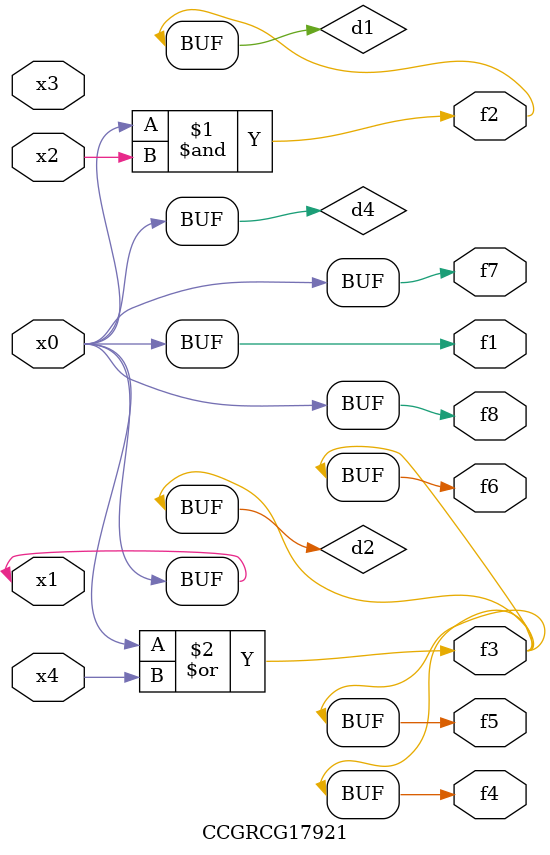
<source format=v>
module CCGRCG17921(
	input x0, x1, x2, x3, x4,
	output f1, f2, f3, f4, f5, f6, f7, f8
);

	wire d1, d2, d3, d4;

	and (d1, x0, x2);
	or (d2, x0, x4);
	nand (d3, x0, x2);
	buf (d4, x0, x1);
	assign f1 = d4;
	assign f2 = d1;
	assign f3 = d2;
	assign f4 = d2;
	assign f5 = d2;
	assign f6 = d2;
	assign f7 = d4;
	assign f8 = d4;
endmodule

</source>
